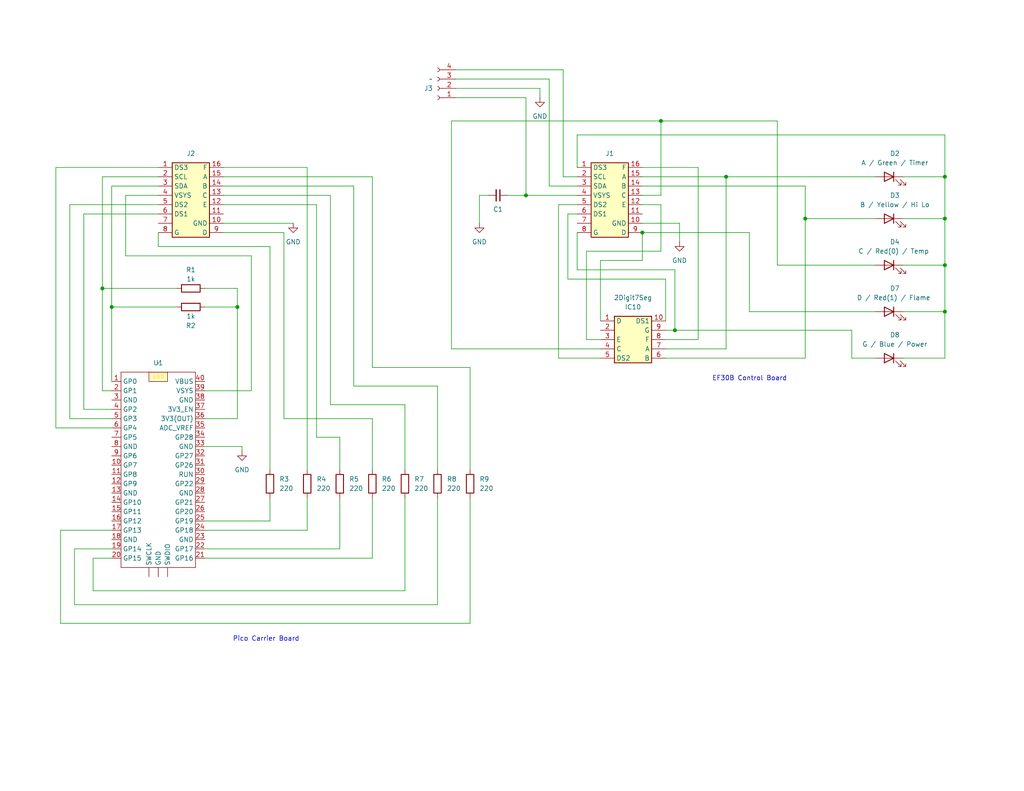
<source format=kicad_sch>
(kicad_sch (version 20230121) (generator eeschema)
  (paper "USLetter")
  (title_block (title "EF-30B-DISP V11 2017-10-8") (date "2023-12-03"))
  (lib_symbols
    (symbol "Connector:Conn_01x04_Socket" (pin_names (offset 1.016) hide)
      (property "Reference" "J3" (at 1.27 0 0))
      (property "Value" "~" (at 1.27 -2.54 0))
      (symbol "Conn_01x04_Socket_1_1"
        (arc (start 0 -4.572) (mid -0.5058 -5.08) (end 0 -5.588) (stroke (width 0.1524)))
        (arc (start 0 -2.032) (mid -0.5058 -2.54) (end 0 -3.048) (stroke (width 0.1524)))
        (polyline (pts (xy -1.27 -5.08) (xy -0.508 -5.08)) (stroke (width 0.1524)))
        (polyline (pts (xy -1.27 -2.54) (xy -0.508 -2.54)) (stroke (width 0.1524)))
        (polyline (pts (xy -1.27 0) (xy -0.508 0)) (stroke (width 0.1524)))
        (polyline (pts (xy -1.27 2.54) (xy -0.508 2.54)) (stroke (width 0.1524)))
        (arc (start 0 0.508) (mid -0.5058 0) (end 0 -0.508) (stroke (width 0.1524)))
        (arc (start 0 3.048) (mid -0.5058 2.54) (end 0 2.032) (stroke (width 0.1524)))
        (pin passive line (at -5.08 2.54 0) (length 3.81) (name "Pin_1") (number "1"))
        (pin passive line (at -5.08 0 0) (length 3.81) (name "Pin_2") (number "2"))
        (pin passive line (at -5.08 -2.54 0) (length 3.81) (name "Pin_3") (number "3"))
        (pin passive line (at -5.08 -5.08 0) (length 3.81) (name "Pin_4") (number "4"))
      )
    )
    (symbol "Connector_Generic:Conn_01x04"
      (property "Reference" "J1" (at 0 11.43 0))
      (symbol "Conn_01x04_1_1"
        (rectangle (start -5.08 8.89) (end 5.08 -11.43) (stroke (width 0.254)) (fill (type background)))
        (pin input line (at -8.89 7.62 0) (length 3.81) (name "DS3") (number "1"))
        (pin input line (at 8.89 -7.62 180) (length 3.81) (name "GND") (number "10"))
        (pin input line (at 8.89 -5.08 180) (length 3.81) (name "~") (number "11"))
        (pin input line (at 8.89 -2.54 180) (length 3.81) (name "E") (number "12"))
        (pin input line (at 8.89 0 180) (length 3.81) (name "C") (number "13"))
        (pin input line (at 8.89 2.54 180) (length 3.81) (name "B") (number "14"))
        (pin input line (at 8.89 5.08 180) (length 3.81) (name "A") (number "15"))
        (pin input line (at 8.89 7.62 180) (length 3.81) (name "F") (number "16"))
        (pin input line (at -8.89 5.08 0) (length 3.81) (name "SCL") (number "2"))
        (pin input line (at -8.89 2.54 0) (length 3.81) (name "SDA") (number "3"))
        (pin input line (at -8.89 0 0) (length 3.81) (name "VSYS") (number "4"))
        (pin input line (at -8.89 -2.54 0) (length 3.81) (name "DS2") (number "5"))
        (pin input line (at -8.89 -5.08 0) (length 3.81) (name "DS1") (number "6"))
        (pin input line (at -8.89 -7.62 0) (length 3.81) (name "~") (number "7"))
        (pin input line (at -8.89 -10.16 0) (length 3.81) (name "G") (number "8"))
        (pin input line (at 8.89 -10.16 180) (length 3.81) (name "D") (number "9"))
      )
    )
    (symbol "Device:C_Small" (pin_numbers hide) (pin_names (offset 0.254) hide)
      (property "Reference" "C" (at 0.254 1.778 0))
      (property "Value" "C_Small" (at 0.254 -2.032 0))
      (symbol "C_Small_0_1"
        (polyline (pts (xy -1.524 -0.508) (xy 1.524 -0.508)) (stroke (width 0.3302)))
        (polyline (pts (xy -1.524 0.508) (xy 1.524 0.508)) (stroke (width 0.3048)))
      )
      (symbol "C_Small_1_1"
        (pin passive line (at 0 2.54 270) (length 2.032) (name "~") (number "1"))
        (pin passive line (at 0 -2.54 90) (length 2.032) (name "~") (number "2"))
      )
    )
    (symbol "Device:LED" (pin_numbers hide) (pin_names (offset 1.016) hide)
      (property "Reference" "D" (at 0 2.54 0))
      (property "Value" "LED" (at 0 -2.54 0))
      (symbol "LED_0_1"
        (polyline (pts (xy -1.27 -1.27) (xy -1.27 1.27)) (stroke (width 0.254)))
        (polyline (pts (xy -1.27 0) (xy 1.27 0)))
        (polyline (pts (xy 1.27 -1.27) (xy 1.27 1.27) (xy -1.27 0) (xy 1.27 -1.27)) (stroke (width 0.254)))
        (polyline (pts (xy -3.048 -0.762) (xy -4.572 -2.286) (xy -3.81 -2.286) (xy -4.572 -2.286) (xy -4.572 -1.524)))
        (polyline (pts (xy -1.778 -0.762) (xy -3.302 -2.286) (xy -2.54 -2.286) (xy -3.302 -2.286) (xy -3.302 -1.524)))
      )
      (symbol "LED_1_1"
        (pin passive line (at -3.81 0 0) (length 2.54) (name "K") (number "1"))
        (pin passive line (at 3.81 0 180) (length 2.54) (name "A") (number "2"))
      )
    )
    (symbol "Device:R" (pin_numbers hide) (pin_names (offset 0))
      (property "Reference" "R2" (at -5.08 0 90))
      (property "Value" "1k" (at -2.54 0 90))
      (symbol "R_0_1"
        (rectangle (start -1.016 -2.54) (end 1.016 2.54) (stroke (width 0.254)))
      )
      (symbol "R_1_1"
        (pin passive line (at 0 3.81 270) (length 1.27) (name "~") (number "1"))
        (pin passive line (at 0 -3.81 90) (length 1.27) (name "~") (number "2"))
      )
    )
    (symbol "Generic IC:IC10"
      (property "Reference" "U2" (at 0 11.43 0))
      (property "Value" "IC10" (at 0 8.89 0))
      (symbol "IC10_1_1"
        (rectangle (start -5.08 6.35) (end 5.08 -6.35) (stroke (width 0.254)) (fill (type background)))
        (pin input line (at -8.89 5.08 0) (length 3.81) (name "D") (number "1"))
        (pin input line (at 8.89 5.08 180) (length 3.81) (name "DS1") (number "10"))
        (pin input line (at -8.89 2.54 0) (length 3.81) (name "~") (number "2"))
        (pin input line (at -8.89 0 0) (length 3.81) (name "E") (number "3"))
        (pin input line (at -8.89 -2.54 0) (length 3.81) (name "C") (number "4"))
        (pin input line (at -8.89 -5.08 0) (length 3.81) (name "DS2") (number "5"))
        (pin input line (at 8.89 -5.08 180) (length 3.81) (name "B") (number "6"))
        (pin input line (at 8.89 -2.54 180) (length 3.81) (name "A") (number "7"))
        (pin input line (at 8.89 0 180) (length 3.81) (name "F") (number "8"))
        (pin input line (at 8.89 2.54 180) (length 3.81) (name "G") (number "9"))
      )
    )
    (symbol "IC16_1"
      (property "Reference" "J2" (at 0 11.43 0))
      (symbol "IC16_1_1_1"
        (rectangle (start -5.08 8.89) (end 5.08 -11.43) (stroke (width 0.254)) (fill (type background)))
        (pin input line (at -8.89 7.62 0) (length 3.81) (name "DS3") (number "1"))
        (pin input line (at 8.89 -7.62 180) (length 3.81) (name "GND") (number "10"))
        (pin input line (at 8.89 -5.08 180) (length 3.81) (name "~") (number "11"))
        (pin input line (at 8.89 -2.54 180) (length 3.81) (name "E") (number "12"))
        (pin input line (at 8.89 0 180) (length 3.81) (name "C") (number "13"))
        (pin input line (at 8.89 2.54 180) (length 3.81) (name "B") (number "14"))
        (pin input line (at 8.89 5.08 180) (length 3.81) (name "A") (number "15"))
        (pin input line (at 8.89 7.62 180) (length 3.81) (name "F") (number "16"))
        (pin input line (at -8.89 5.08 0) (length 3.81) (name "SCL") (number "2"))
        (pin input line (at -8.89 2.54 0) (length 3.81) (name "SDA") (number "3"))
        (pin input line (at -8.89 0 0) (length 3.81) (name "VSYS") (number "4"))
        (pin input line (at -8.89 -2.54 0) (length 3.81) (name "DS2") (number "5"))
        (pin input line (at -8.89 -5.08 0) (length 3.81) (name "DS1") (number "6"))
        (pin input line (at -8.89 -7.62 0) (length 3.81) (name "~") (number "7"))
        (pin input line (at -8.89 -10.16 0) (length 3.81) (name "G") (number "8"))
        (pin input line (at 8.89 -10.16 180) (length 3.81) (name "D") (number "9"))
      )
    )
    (symbol "R_1" (pin_numbers hide) (pin_names (offset 0))
      (property "Reference" "R1" (at -5.08 0 90))
      (property "Value" "1k" (at -2.54 0 90))
      (symbol "R_1_0_1"
        (rectangle (start -1.016 -2.54) (end 1.016 2.54) (stroke (width 0.254)))
      )
      (symbol "R_1_1_1"
        (pin passive line (at 0 3.81 270) (length 1.27) (name "~") (number "1"))
        (pin passive line (at 0 -3.81 90) (length 1.27) (name "~") (number "2"))
      )
    )
    (symbol "R_2" (pin_numbers hide) (pin_names (offset 0))
      (property "Reference" "R" (at 2.032 0 90))
      (property "Value" "R" (at 0 0 90))
      (symbol "R_2_0_1"
        (rectangle (start -1.016 -2.54) (end 1.016 2.54) (stroke (width 0.254)))
      )
      (symbol "R_2_1_1"
        (pin passive line (at 0 3.81 270) (length 1.27) (name "~") (number "1"))
        (pin passive line (at 0 -3.81 90) (length 1.27) (name "~") (number "2"))
      )
    )
    (symbol "Raspi Pico:pi_pico"
      (property "Reference" "U" (at 0 0 0))
      (symbol "pi_pico_1_0"
        (pin passive line (at -12.7 -27.94 0) (length 2.54) (name "GP7") (number "10"))
        (pin passive line (at -12.7 -30.48 0) (length 2.54) (name "GP8") (number "11"))
        (pin passive line (at -12.7 -33.02 0) (length 2.54) (name "GP9") (number "12"))
        (pin passive line (at -12.7 -35.56 0) (length 2.54) (name "GND") (number "13"))
        (pin passive line (at -12.7 -38.1 0) (length 2.54) (name "GP10") (number "14"))
        (pin passive line (at -12.7 -40.64 0) (length 2.54) (name "GP11") (number "15"))
        (pin passive line (at -12.7 -43.18 0) (length 2.54) (name "GP12") (number "16"))
        (pin passive line (at -12.7 -45.72 0) (length 2.54) (name "GP13") (number "17"))
        (pin passive line (at -12.7 -48.26 0) (length 2.54) (name "GND") (number "18"))
        (pin passive line (at -12.7 -50.8 0) (length 2.54) (name "GP14") (number "19"))
        (pin passive line (at -12.7 -53.34 0) (length 2.54) (name "GP15") (number "20"))
        (pin passive line (at 12.7 -53.34 180) (length 2.54) (name "GP16") (number "21"))
        (pin passive line (at 12.7 -50.8 180) (length 2.54) (name "GP17") (number "22"))
        (pin passive line (at 12.7 -48.26 180) (length 2.54) (name "GND") (number "23"))
        (pin passive line (at 12.7 -45.72 180) (length 2.54) (name "GP18") (number "24"))
        (pin passive line (at 12.7 -43.18 180) (length 2.54) (name "GP19") (number "25"))
        (pin passive line (at 12.7 -40.64 180) (length 2.54) (name "GP20") (number "26"))
        (pin passive line (at 12.7 -38.1 180) (length 2.54) (name "GP21") (number "27"))
        (pin passive line (at 12.7 -35.56 180) (length 2.54) (name "GND") (number "28"))
        (pin passive line (at 12.7 -33.02 180) (length 2.54) (name "GP22") (number "29"))
        (pin passive line (at -12.7 -10.16 0) (length 2.54) (name "GND") (number "3"))
        (pin passive line (at 12.7 -30.48 180) (length 2.54) (name "RUN") (number "30"))
        (pin passive line (at 12.7 -27.94 180) (length 2.54) (name "GP26") (number "31"))
        (pin passive line (at 12.7 -25.4 180) (length 2.54) (name "GP27") (number "32"))
        (pin passive line (at 12.7 -22.86 180) (length 2.54) (name "GND") (number "33"))
        (pin passive line (at 12.7 -20.32 180) (length 2.54) (name "GP28") (number "34"))
        (pin passive line (at 12.7 -17.78 180) (length 2.54) (name "ADC_VREF") (number "35"))
        (pin power_out line (at 12.7 -15.24 180) (length 2.54) (name "3V3(OUT)") (number "36"))
        (pin passive line (at 12.7 -12.7 180) (length 2.54) (name "3V3_EN") (number "37"))
        (pin passive line (at 12.7 -10.16 180) (length 2.54) (name "GND") (number "38"))
        (pin passive line (at 12.7 -7.62 180) (length 2.54) (name "VSYS") (number "39"))
        (pin passive line (at -12.7 -12.7 0) (length 2.54) (name "GP2") (number "4"))
        (pin passive line (at -12.7 -15.24 0) (length 2.54) (name "GP3") (number "5"))
        (pin passive line (at -12.7 -17.78 0) (length 2.54) (name "GP4") (number "6"))
        (pin passive line (at -12.7 -20.32 0) (length 2.54) (name "GP5") (number "7"))
        (pin passive line (at -12.7 -22.86 0) (length 2.54) (name "GND") (number "8"))
        (pin passive line (at -12.7 -25.4 0) (length 2.54) (name "GP6") (number "9"))
      )
      (symbol "pi_pico_1_1"
        (rectangle (start -10.16 -2.54) (end 10.16 -55.88))
        (polyline (pts (xy 2.54 -2.54) (xy 2.54 -5.08) (xy -2.54 -5.08) (xy -2.54 -2.54) (xy 2.54 -2.54)) (fill (type background)))
        (text "usb" (at 0.0526 -3.6068 0) (effects (font (size 1.27 1.27))))
        (pin passive line (at 0 -58.42 90) (length 2.54) (name "GND") (number ""))
        (pin passive line (at -2.54 -58.42 90) (length 2.54) (name "SWCLK") (number ""))
        (pin passive line (at 2.54 -58.42 90) (length 2.54) (name "SWDIO") (number ""))
        (pin passive line (at -12.7 -5.08 0) (length 2.54) (name "GP0") (number "1"))
        (pin passive line (at -12.7 -7.62 0) (length 2.54) (name "GP1") (number "2"))
        (pin passive line (at 12.7 -5.08 180) (length 2.54) (name "VBUS") (number "40"))
      )
    )
    (symbol "power:GND" (power) (pin_names (offset 0))
      (property "Value" "GND" (at 0 -3.81 0))
      (symbol "GND_0_1"
        (polyline (pts (xy 0 0) (xy 0 -1.27) (xy 1.27 -1.27) (xy 0 -2.54) (xy -1.27 -1.27) (xy 0 -1.27)))
      )
      (symbol "GND_1_1"
        (pin power_in line (at 0 0 270) (length 0) hide (name "GND") (number "1"))
      )
    )
  )
  (junction (at 30.48 83.82))
  (junction (at 27.94 78.74))
  (junction (at 198.12 48.26))
  (junction (at 257.81 85.09))
  (junction (at 143.51 53.34))
  (junction (at 180.34 33.02))
  (junction (at 257.81 59.69))
  (junction (at 184.15 90.17))
  (junction (at 175.26 63.5))
  (junction (at 219.71 59.69))
  (junction (at 257.81 48.26))
  (junction (at 64.77 83.82))
  (junction (at 257.81 72.39))
  (wire (pts (xy 175.26 55.88) (xy 180.34 55.88)))
  (wire (pts (xy 154.94 76.2) (xy 181.61 76.2)))
  (wire (pts (xy 30.48 149.86) (xy 20.32 149.86)))
  (wire (pts (xy 55.88 144.78) (xy 83.82 144.78)))
  (wire (pts (xy 246.38 85.09) (xy 257.81 85.09)))
  (wire (pts (xy 246.38 97.79) (xy 257.81 97.79)))
  (wire (pts (xy 184.15 90.17) (xy 181.61 90.17)))
  (wire (pts (xy 60.96 53.34) (xy 90.17 53.34)))
  (wire (pts (xy 30.48 83.82) (xy 48.26 83.82)))
  (wire (pts (xy 30.48 114.3) (xy 19.05 114.3)))
  (wire (pts (xy 157.48 36.83) (xy 157.48 45.72)))
  (wire (pts (xy 110.49 110.49) (xy 110.49 128.27)))
  (wire (pts (xy 238.76 85.09) (xy 204.47 85.09)))
  (wire (pts (xy 27.94 48.26) (xy 27.94 78.74)))
  (wire (pts (xy 204.47 63.5) (xy 175.26 63.5)))
  (wire (pts (xy 43.18 53.34) (xy 34.29 53.34)))
  (wire (pts (xy 73.66 67.31) (xy 73.66 128.27)))
  (wire (pts (xy 77.47 114.3) (xy 101.6 114.3)))
  (wire (pts (xy 119.38 135.89) (xy 119.38 165.1)))
  (wire (pts (xy 25.4 152.4) (xy 25.4 161.29)))
  (wire (pts (xy 77.47 63.5) (xy 77.47 114.3)))
  (wire (pts (xy 123.19 95.25) (xy 163.83 95.25)))
  (wire (pts (xy 30.48 116.84) (xy 15.24 116.84)))
  (wire (pts (xy 92.71 119.38) (xy 92.71 128.27)))
  (wire (pts (xy 25.4 161.29) (xy 110.49 161.29)))
  (wire (pts (xy 110.49 135.89) (xy 110.49 161.29)))
  (wire (pts (xy 198.12 95.25) (xy 181.61 95.25)))
  (wire (pts (xy 15.24 45.72) (xy 43.18 45.72)))
  (wire (pts (xy 219.71 59.69) (xy 219.71 50.8)))
  (wire (pts (xy 43.18 67.31) (xy 73.66 67.31)))
  (wire (pts (xy 92.71 135.89) (xy 92.71 149.86)))
  (wire (pts (xy 157.48 55.88) (xy 152.4 55.88)))
  (wire (pts (xy 55.88 83.82) (xy 64.77 83.82)))
  (wire (pts (xy 101.6 114.3) (xy 101.6 128.27)))
  (wire (pts (xy 219.71 59.69) (xy 238.76 59.69)))
  (wire (pts (xy 157.48 50.8) (xy 149.86 50.8)))
  (wire (pts (xy 101.6 48.26) (xy 101.6 100.33)))
  (wire (pts (xy 34.29 53.34) (xy 34.29 69.85)))
  (wire (pts (xy 163.83 87.63) (xy 163.83 71.12)))
  (wire (pts (xy 180.34 55.88) (xy 180.34 68.58)))
  (wire (pts (xy 30.48 111.76) (xy 22.86 111.76)))
  (wire (pts (xy 30.48 83.82) (xy 30.48 104.14)))
  (wire (pts (xy 219.71 97.79) (xy 219.71 59.69)))
  (wire (pts (xy 160.02 68.58) (xy 160.02 92.71)))
  (wire (pts (xy 20.32 149.86) (xy 20.32 165.1)))
  (wire (pts (xy 43.18 48.26) (xy 27.94 48.26)))
  (wire (pts (xy 190.5 92.71) (xy 181.61 92.71)))
  (wire (pts (xy 181.61 97.79) (xy 219.71 97.79)))
  (wire (pts (xy 257.81 36.83) (xy 257.81 48.26)))
  (wire (pts (xy 43.18 63.5) (xy 43.18 67.31)))
  (wire (pts (xy 30.48 50.8) (xy 30.48 83.82)))
  (wire (pts (xy 119.38 105.41) (xy 119.38 128.27)))
  (wire (pts (xy 22.86 58.42) (xy 43.18 58.42)))
  (wire (pts (xy 180.34 53.34) (xy 180.34 33.02)))
  (wire (pts (xy 232.41 97.79) (xy 238.76 97.79)))
  (wire (pts (xy 22.86 111.76) (xy 22.86 58.42)))
  (wire (pts (xy 128.27 135.89) (xy 128.27 170.18)))
  (wire (pts (xy 198.12 48.26) (xy 198.12 95.25)))
  (wire (pts (xy 154.94 58.42) (xy 154.94 76.2)))
  (wire (pts (xy 96.52 105.41) (xy 119.38 105.41)))
  (wire (pts (xy 138.43 53.34) (xy 143.51 53.34)))
  (wire (pts (xy 130.81 53.34) (xy 130.81 60.96)))
  (wire (pts (xy 198.12 48.26) (xy 238.76 48.26)))
  (wire (pts (xy 160.02 92.71) (xy 163.83 92.71)))
  (wire (pts (xy 43.18 50.8) (xy 30.48 50.8)))
  (wire (pts (xy 101.6 135.89) (xy 101.6 152.4)))
  (wire (pts (xy 149.86 21.59) (xy 124.46 21.59)))
  (wire (pts (xy 27.94 78.74) (xy 48.26 78.74)))
  (wire (pts (xy 180.34 33.02) (xy 212.09 33.02)))
  (wire (pts (xy 83.82 45.72) (xy 83.82 128.27)))
  (wire (pts (xy 152.4 55.88) (xy 152.4 97.79)))
  (wire (pts (xy 257.81 36.83) (xy 157.48 36.83)))
  (wire (pts (xy 73.66 135.89) (xy 73.66 142.24)))
  (wire (pts (xy 175.26 48.26) (xy 198.12 48.26)))
  (wire (pts (xy 60.96 45.72) (xy 83.82 45.72)))
  (wire (pts (xy 185.42 66.04) (xy 185.42 60.96)))
  (wire (pts (xy 246.38 48.26) (xy 257.81 48.26)))
  (wire (pts (xy 16.51 170.18) (xy 128.27 170.18)))
  (wire (pts (xy 157.48 73.66) (xy 184.15 73.66)))
  (wire (pts (xy 147.32 24.13) (xy 147.32 26.67)))
  (wire (pts (xy 101.6 100.33) (xy 128.27 100.33)))
  (wire (pts (xy 212.09 72.39) (xy 212.09 33.02)))
  (wire (pts (xy 128.27 100.33) (xy 128.27 128.27)))
  (wire (pts (xy 124.46 19.05) (xy 153.67 19.05)))
  (wire (pts (xy 257.81 85.09) (xy 257.81 97.79)))
  (wire (pts (xy 60.96 48.26) (xy 101.6 48.26)))
  (wire (pts (xy 68.58 69.85) (xy 68.58 106.68)))
  (wire (pts (xy 180.34 68.58) (xy 160.02 68.58)))
  (wire (pts (xy 175.26 45.72) (xy 190.5 45.72)))
  (wire (pts (xy 232.41 90.17) (xy 232.41 97.79)))
  (wire (pts (xy 34.29 69.85) (xy 68.58 69.85)))
  (wire (pts (xy 27.94 78.74) (xy 27.94 106.68)))
  (wire (pts (xy 83.82 135.89) (xy 83.82 144.78)))
  (wire (pts (xy 15.24 116.84) (xy 15.24 45.72)))
  (wire (pts (xy 153.67 48.26) (xy 153.67 19.05)))
  (wire (pts (xy 246.38 59.69) (xy 257.81 59.69)))
  (wire (pts (xy 157.48 63.5) (xy 157.48 73.66)))
  (wire (pts (xy 175.26 53.34) (xy 180.34 53.34)))
  (wire (pts (xy 19.05 55.88) (xy 43.18 55.88)))
  (wire (pts (xy 60.96 50.8) (xy 96.52 50.8)))
  (wire (pts (xy 143.51 53.34) (xy 157.48 53.34)))
  (wire (pts (xy 190.5 45.72) (xy 190.5 92.71)))
  (wire (pts (xy 64.77 83.82) (xy 64.77 114.3)))
  (wire (pts (xy 55.88 149.86) (xy 92.71 149.86)))
  (wire (pts (xy 181.61 76.2) (xy 181.61 87.63)))
  (wire (pts (xy 55.88 78.74) (xy 64.77 78.74)))
  (wire (pts (xy 86.36 119.38) (xy 92.71 119.38)))
  (wire (pts (xy 257.81 59.69) (xy 257.81 72.39)))
  (wire (pts (xy 149.86 50.8) (xy 149.86 21.59)))
  (wire (pts (xy 219.71 50.8) (xy 175.26 50.8)))
  (wire (pts (xy 55.88 121.92) (xy 66.04 121.92)))
  (wire (pts (xy 68.58 106.68) (xy 55.88 106.68)))
  (wire (pts (xy 204.47 85.09) (xy 204.47 63.5)))
  (wire (pts (xy 55.88 152.4) (xy 101.6 152.4)))
  (wire (pts (xy 163.83 71.12) (xy 175.26 71.12)))
  (wire (pts (xy 246.38 72.39) (xy 257.81 72.39)))
  (wire (pts (xy 147.32 24.13) (xy 124.46 24.13)))
  (wire (pts (xy 185.42 60.96) (xy 175.26 60.96)))
  (wire (pts (xy 64.77 78.74) (xy 64.77 83.82)))
  (wire (pts (xy 123.19 33.02) (xy 123.19 95.25)))
  (wire (pts (xy 86.36 55.88) (xy 86.36 119.38)))
  (wire (pts (xy 130.81 53.34) (xy 133.35 53.34)))
  (wire (pts (xy 64.77 114.3) (xy 55.88 114.3)))
  (wire (pts (xy 143.51 26.67) (xy 143.51 53.34)))
  (wire (pts (xy 30.48 144.78) (xy 16.51 144.78)))
  (wire (pts (xy 60.96 60.96) (xy 80.01 60.96)))
  (wire (pts (xy 30.48 152.4) (xy 25.4 152.4)))
  (wire (pts (xy 152.4 97.79) (xy 163.83 97.79)))
  (wire (pts (xy 123.19 33.02) (xy 180.34 33.02)))
  (wire (pts (xy 184.15 73.66) (xy 184.15 90.17)))
  (wire (pts (xy 257.81 48.26) (xy 257.81 59.69)))
  (wire (pts (xy 90.17 53.34) (xy 90.17 110.49)))
  (wire (pts (xy 96.52 50.8) (xy 96.52 105.41)))
  (wire (pts (xy 124.46 26.67) (xy 143.51 26.67)))
  (wire (pts (xy 55.88 142.24) (xy 73.66 142.24)))
  (wire (pts (xy 30.48 106.68) (xy 27.94 106.68)))
  (wire (pts (xy 90.17 110.49) (xy 110.49 110.49)))
  (wire (pts (xy 238.76 72.39) (xy 212.09 72.39)))
  (wire (pts (xy 60.96 63.5) (xy 77.47 63.5)))
  (wire (pts (xy 175.26 71.12) (xy 175.26 63.5)))
  (wire (pts (xy 66.04 121.92) (xy 66.04 123.19)))
  (wire (pts (xy 20.32 165.1) (xy 119.38 165.1)))
  (wire (pts (xy 157.48 58.42) (xy 154.94 58.42)))
  (wire (pts (xy 257.81 72.39) (xy 257.81 85.09)))
  (wire (pts (xy 60.96 55.88) (xy 86.36 55.88)))
  (wire (pts (xy 157.48 48.26) (xy 153.67 48.26)))
  (wire (pts (xy 16.51 144.78) (xy 16.51 170.18)))
  (wire (pts (xy 19.05 114.3) (xy 19.05 55.88)))
  (wire (pts (xy 184.15 90.17) (xy 232.41 90.17)))
  (text "Pico Carrier Board" (at 63.5 175.26 0) (effects (font (size 1.27 1.27)) (justify left bottom)))
  (text "EF30B Control Board" (at 194.31 104.14 0) (effects (font (size 1.27 1.27)) (justify left bottom)))
  (symbol (lib_id "Device:LED") (at 242.57 59.69 0) (mirror y) (unit 1)
    (property "Reference" "D3" (at 244.1575 53.34 0))
    (property "Value" "B / Yellow / Hi Lo" (at 244.1575 55.88 0))
  )
  (symbol (lib_id "Device:LED") (at 242.57 48.26 0) (mirror y) (unit 1)
    (property "Reference" "D2" (at 244.1575 41.91 0))
    (property "Value" "A / Green / Timer" (at 244.1575 44.45 0))
  )
  (symbol (lib_name "R_2") (lib_id "Device:R") (at 101.6 132.08 0) (unit 1)
    (property "Reference" "R6" (at 104.14 130.81 0) (effects (justify left)))
    (property "Value" "220" (at 104.14 133.35 0) (effects (justify left)))
  )
  (symbol (lib_name "R_2") (lib_id "Device:R") (at 83.82 132.08 0) (unit 1)
    (property "Reference" "R4" (at 86.36 130.81 0) (effects (justify left)))
    (property "Value" "220" (at 86.36 133.35 0) (effects (justify left)))
  )
  (symbol (lib_id "Device:LED") (at 242.57 85.09 0) (mirror y) (unit 1)
    (property "Reference" "D7" (at 244.1575 78.74 0))
    (property "Value" "D / Red(1) / Flame" (at 243.84 81.28 0))
  )
  (symbol (lib_id "Device:C_Small") (at 135.89 53.34 270) (unit 1)
    (property "Reference" "C1" (at 135.8836 57.15 90))
    (property "Value" "C_Small" (effects hide))
  )
  (symbol (lib_id "Generic IC:IC10") (at 172.72 92.71 0) (unit 1)
    (property "Reference" "2Digit7Seg" (at 172.72 81.28 0))
    (property "Value" "IC10" (at 172.72 83.82 0))
    (property "Datasheet" "https://www.google.co.uk/search?q=datasheet" (effects hide))
  )
  (symbol (lib_name "R_1") (lib_id "Device:R") (at 52.07 78.74 270) (unit 1)
    (property "Reference" "R1" (at 52.07 73.66 90))
    (property "Value" "1k" (at 52.07 76.2 90))
  )
  (symbol (lib_name "R_2") (lib_id "Device:R") (at 92.71 132.08 0) (unit 1)
    (property "Reference" "R5" (at 95.25 130.81 0) (effects (justify left)))
    (property "Value" "220" (at 95.25 133.35 0) (effects (justify left)))
  )
  (symbol (lib_id "power:GND") (at 130.81 60.96 0) (unit 1)
    (property "Reference" "#PWR01" (effects hide))
    (property "Value" "GND" (at 130.81 66.04 0))
  )
  (symbol (lib_id "power:GND") (at 185.42 66.04 0) (unit 1)
    (property "Reference" "#PWR04" (effects hide))
    (property "Value" "GND" (at 185.42 71.12 0))
  )
  (symbol (lib_id "Device:LED") (at 242.57 72.39 0) (mirror y) (unit 1)
    (property "Reference" "D4" (at 244.1575 66.04 0))
    (property "Value" "C / Red(0) / Temp" (at 243.84 68.58 0))
  )
  (symbol (lib_id "Raspi Pico:pi_pico") (at 43.18 99.06 0) (unit 1)
    (property "Reference" "U1" (at 43.18 99.06 0))
    (property "Value" "~" (at 43.18 99.06 0))
    (property "Footprint" "Library:Raspberry_pi_pico" (effects hide))
  )
  (symbol (lib_name "R_2") (lib_id "Device:R") (at 128.27 132.08 0) (unit 1)
    (property "Reference" "R9" (at 130.81 130.81 0) (effects (justify left)))
    (property "Value" "220" (at 130.81 133.35 0) (effects (justify left)))
  )
  (symbol (lib_name "R_2") (lib_id "Device:R") (at 110.49 132.08 0) (unit 1)
    (property "Reference" "R7" (at 113.03 130.81 0) (effects (justify left)))
    (property "Value" "220" (at 113.03 133.35 0) (effects (justify left)))
  )
  (symbol (lib_id "power:GND") (at 147.32 26.67 0) (unit 1)
    (property "Reference" "#PWR05" (effects hide))
    (property "Value" "GND" (at 147.32 31.75 0))
  )
  (symbol (lib_id "Device:R") (at 52.07 83.82 270) (mirror x) (unit 1)
    (property "Reference" "R2" (at 52.07 88.9 90))
    (property "Value" "1k" (at 52.07 86.36 90))
  )
  (symbol (lib_id "power:GND") (at 66.04 123.19 0) (unit 1)
    (property "Reference" "#PWR02" (effects hide))
    (property "Value" "GND" (at 66.04 128.27 0))
  )
  (symbol (lib_name "R_2") (lib_id "Device:R") (at 119.38 132.08 0) (unit 1)
    (property "Reference" "R8" (at 121.92 130.81 0) (effects (justify left)))
    (property "Value" "220" (at 121.92 133.35 0) (effects (justify left)))
  )
  (symbol (lib_name "IC16_1") (lib_id "Generic IC:IC16") (at 52.07 53.34 0) (unit 1)
    (property "Reference" "J2" (at 52.07 41.91 0))
    (property "Value" "IC16" (effects hide))
    (property "Datasheet" "https://www.google.co.uk/search?q=datasheet" (effects hide))
  )
  (symbol (lib_id "power:GND") (at 80.01 60.96 0) (unit 1)
    (property "Reference" "#PWR03" (effects hide))
    (property "Value" "GND" (at 80.01 66.04 0))
  )
  (symbol (lib_id "Device:LED") (at 242.57 97.79 0) (mirror y) (unit 1)
    (property "Reference" "D8" (at 244.1575 91.44 0))
    (property "Value" "G / Blue / Power" (at 244.1575 93.98 0))
  )
  (symbol (lib_name "R_2") (lib_id "Device:R") (at 73.66 132.08 0) (unit 1)
    (property "Reference" "R3" (at 76.2 130.81 0) (effects (justify left)))
    (property "Value" "220" (at 76.2 133.35 0) (effects (justify left)))
  )
  (symbol (lib_id "Connector:Conn_01x04_Socket") (at 119.38 24.13 180) (unit 1)
    (property "Reference" "J3" (at 118.11 24.13 0) (effects (justify left)))
    (property "Value" "~" (at 118.11 21.59 0) (effects (justify left)))
  )
  (symbol (lib_id "Connector_Generic:Conn_01x04") (at 166.37 53.34 0) (unit 1)
    (property "Reference" "J1" (at 166.37 41.91 0))
    (property "Value" "IC16" (effects hide))
    (property "Datasheet" "https://www.google.co.uk/search?q=datasheet" (effects hide))
  )
)
</source>
